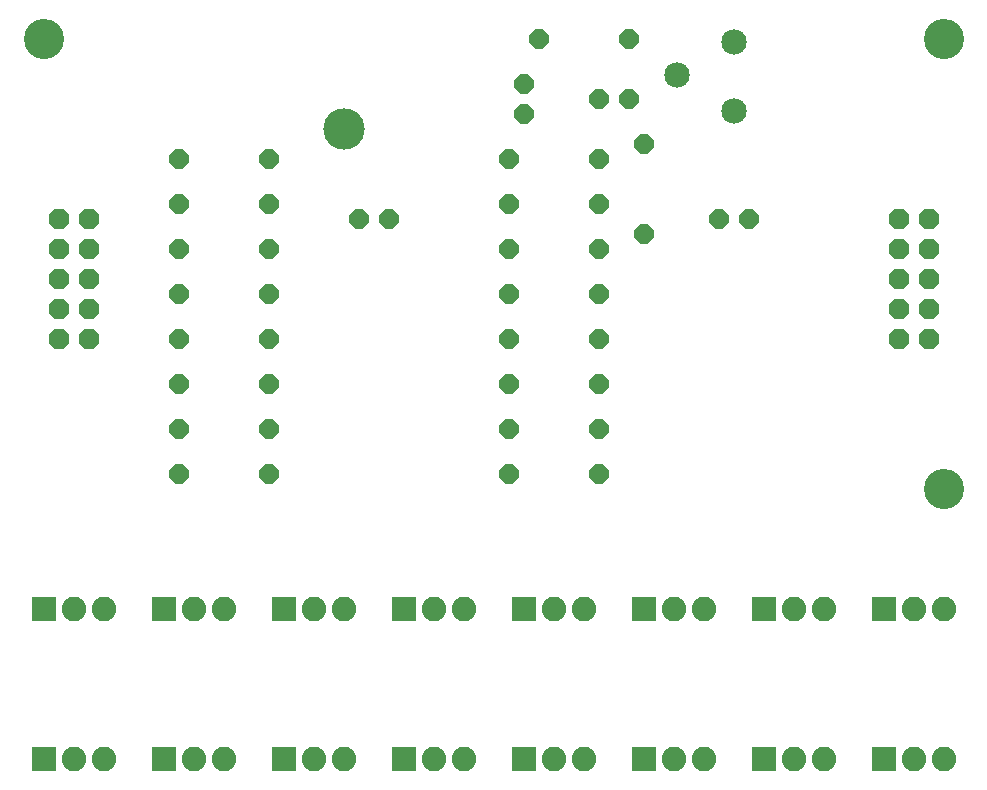
<source format=gbs>
G75*
%MOIN*%
%OFA0B0*%
%FSLAX25Y25*%
%IPPOS*%
%LPD*%
%AMOC8*
5,1,8,0,0,1.08239X$1,22.5*
%
%ADD10C,0.13398*%
%ADD11C,0.13800*%
%ADD12OC8,0.06800*%
%ADD13OC8,0.06400*%
%ADD14R,0.08200X0.08200*%
%ADD15C,0.08200*%
%ADD16C,0.08477*%
D10*
X0022200Y0271000D03*
X0322200Y0271000D03*
X0322200Y0121000D03*
D11*
X0122200Y0241000D03*
D12*
X0037200Y0211000D03*
X0037200Y0201000D03*
X0037200Y0191000D03*
X0037200Y0181000D03*
X0027200Y0181000D03*
X0027200Y0191000D03*
X0027200Y0201000D03*
X0027200Y0211000D03*
X0027200Y0171000D03*
X0037200Y0171000D03*
X0307200Y0171000D03*
X0317200Y0171000D03*
X0317200Y0181000D03*
X0317200Y0191000D03*
X0317200Y0201000D03*
X0317200Y0211000D03*
X0307200Y0211000D03*
X0307200Y0201000D03*
X0307200Y0191000D03*
X0307200Y0181000D03*
D13*
X0257200Y0211000D03*
X0247200Y0211000D03*
X0222200Y0206000D03*
X0207200Y0201000D03*
X0207200Y0186000D03*
X0207200Y0171000D03*
X0207200Y0156000D03*
X0207200Y0141000D03*
X0207200Y0126000D03*
X0177200Y0126000D03*
X0177200Y0141000D03*
X0177200Y0156000D03*
X0177200Y0171000D03*
X0177200Y0186000D03*
X0177200Y0201000D03*
X0177200Y0216000D03*
X0177200Y0231000D03*
X0182200Y0246000D03*
X0182200Y0256000D03*
X0187200Y0271000D03*
X0207200Y0251000D03*
X0217200Y0251000D03*
X0222200Y0236000D03*
X0207200Y0231000D03*
X0207200Y0216000D03*
X0217200Y0271000D03*
X0137200Y0211000D03*
X0127200Y0211000D03*
X0097200Y0216000D03*
X0097200Y0201000D03*
X0097200Y0186000D03*
X0097200Y0171000D03*
X0097200Y0156000D03*
X0097200Y0141000D03*
X0097200Y0126000D03*
X0067200Y0126000D03*
X0067200Y0141000D03*
X0067200Y0156000D03*
X0067200Y0171000D03*
X0067200Y0186000D03*
X0067200Y0201000D03*
X0067200Y0216000D03*
X0067200Y0231000D03*
X0097200Y0231000D03*
D14*
X0022200Y0031000D03*
X0062200Y0031000D03*
X0102200Y0031000D03*
X0142200Y0031000D03*
X0182200Y0031000D03*
X0222200Y0031000D03*
X0262200Y0031000D03*
X0302200Y0031000D03*
X0302200Y0081000D03*
X0262200Y0081000D03*
X0222200Y0081000D03*
X0182200Y0081000D03*
X0142200Y0081000D03*
X0102200Y0081000D03*
X0062200Y0081000D03*
X0022200Y0081000D03*
D15*
X0032200Y0081000D03*
X0042200Y0081000D03*
X0072200Y0081000D03*
X0082200Y0081000D03*
X0112200Y0081000D03*
X0122200Y0081000D03*
X0152200Y0081000D03*
X0162200Y0081000D03*
X0192200Y0081000D03*
X0202200Y0081000D03*
X0232200Y0081000D03*
X0242200Y0081000D03*
X0272200Y0081000D03*
X0282200Y0081000D03*
X0312200Y0081000D03*
X0322200Y0081000D03*
X0322200Y0031000D03*
X0312200Y0031000D03*
X0282200Y0031000D03*
X0272200Y0031000D03*
X0242200Y0031000D03*
X0232200Y0031000D03*
X0202200Y0031000D03*
X0192200Y0031000D03*
X0162200Y0031000D03*
X0152200Y0031000D03*
X0122200Y0031000D03*
X0112200Y0031000D03*
X0082200Y0031000D03*
X0072200Y0031000D03*
X0042200Y0031000D03*
X0032200Y0031000D03*
D16*
X0252200Y0247063D03*
X0233302Y0258874D03*
X0252200Y0269898D03*
M02*

</source>
